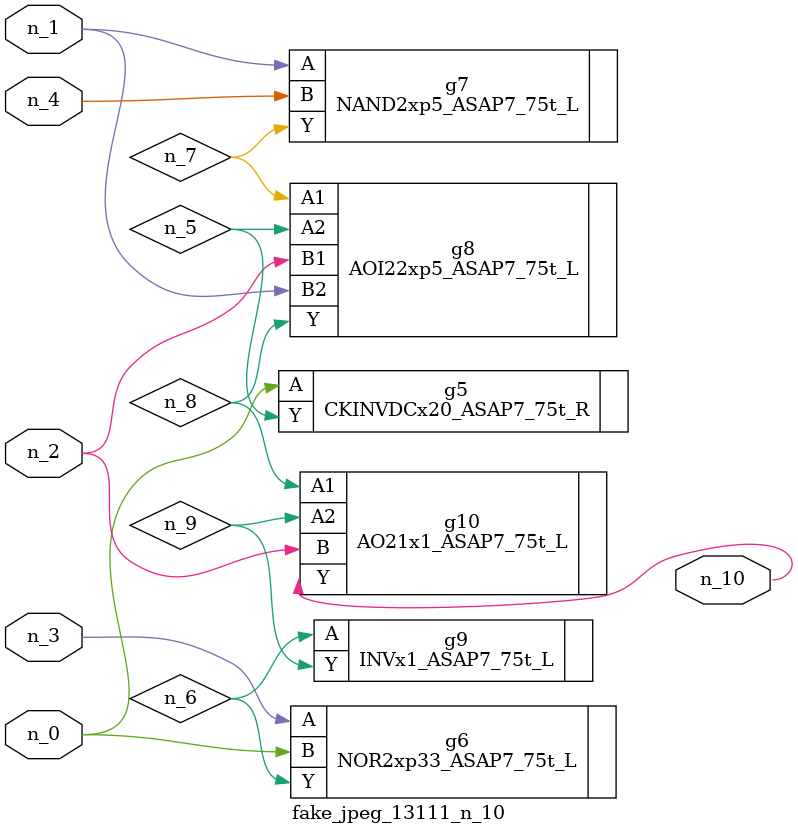
<source format=v>
module fake_jpeg_13111_n_10 (n_3, n_2, n_1, n_0, n_4, n_10);

input n_3;
input n_2;
input n_1;
input n_0;
input n_4;

output n_10;

wire n_8;
wire n_9;
wire n_6;
wire n_5;
wire n_7;

CKINVDCx20_ASAP7_75t_R g5 ( 
.A(n_0),
.Y(n_5)
);

NOR2xp33_ASAP7_75t_L g6 ( 
.A(n_3),
.B(n_0),
.Y(n_6)
);

NAND2xp5_ASAP7_75t_L g7 ( 
.A(n_1),
.B(n_4),
.Y(n_7)
);

AOI22xp5_ASAP7_75t_L g8 ( 
.A1(n_7),
.A2(n_5),
.B1(n_2),
.B2(n_1),
.Y(n_8)
);

AO21x1_ASAP7_75t_L g10 ( 
.A1(n_8),
.A2(n_9),
.B(n_2),
.Y(n_10)
);

INVx1_ASAP7_75t_L g9 ( 
.A(n_6),
.Y(n_9)
);


endmodule
</source>
